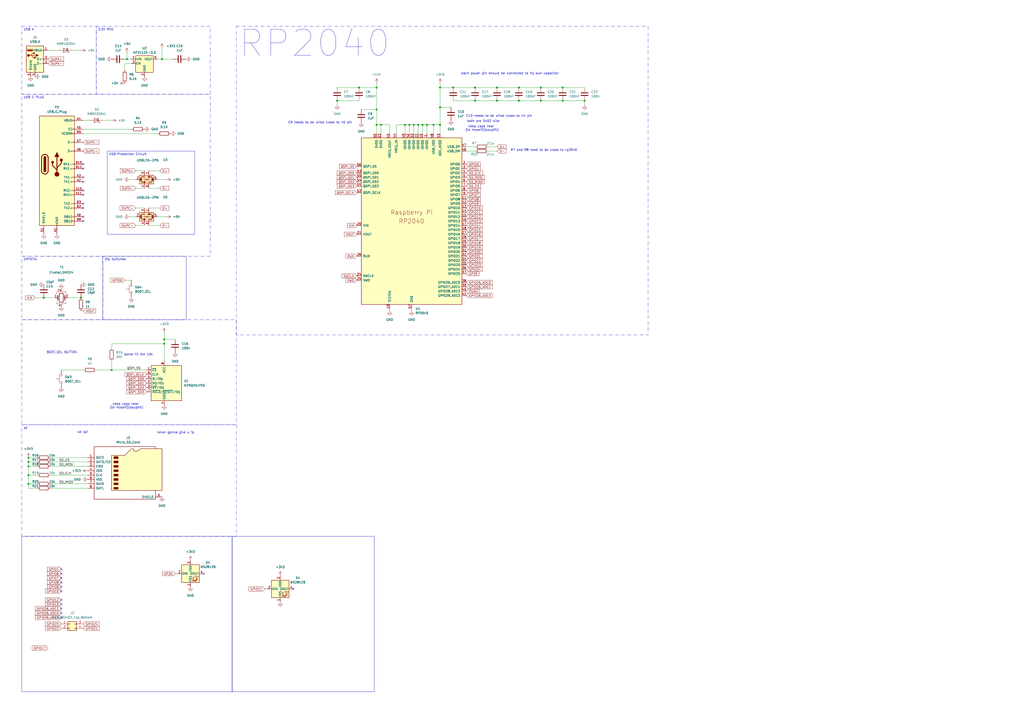
<source format=kicad_sch>
(kicad_sch (version 20250114) (generator "eeschema") (generator_version "9.0")
  (paper "A2")
  (title_block (title "HACKDUCKY BY SOUPTIK ") (date "2025-04-06") (rev "V2"))
  (lib_symbols
    (symbol "Connector:Micro_SD_Card" (pin_names (offset 1.016))
      (property "Reference" "J" (at -16.51 15.24 0))
      (property "Value" "Micro_SD_Card" (at 16.51 15.24 0))
      (symbol "Micro_SD_Card_1_1"
        (pin bidirectional line (at -22.86 7.62 0) (length 3.81) (name "DAT2") (number "1"))
        (pin bidirectional line (at -22.86 5.08 0) (length 3.81) (name "DAT3/CD") (number "2"))
        (pin input line (at -22.86 2.54 0) (length 3.81) (name "CMD") (number "3"))
        (pin power_in line (at -22.86 0 0) (length 3.81) (name "VDD") (number "4"))
        (pin input line (at -22.86 -2.54 0) (length 3.81) (name "CLK") (number "5"))
        (pin power_in line (at -22.86 -5.08 0) (length 3.81) (name "VSS") (number "6"))
        (pin bidirectional line (at -22.86 -7.62 0) (length 3.81) (name "DAT0") (number "7"))
        (pin bidirectional line (at -22.86 -10.16 0) (length 3.81) (name "DAT1") (number "8"))
        (pin passive line (at 20.32 -15.24 180) (length 3.81) (name "SHIELD") (number "9"))
      )
    )
    (symbol "Connector:USB_A" (pin_names (offset 1.016))
      (property "Reference" "J" (at -5.08 11.43 0))
      (property "Value" "USB_A" (at -5.08 8.89 0))
      (symbol "USB_A_1_1"
        (pin passive line (at -2.54 -10.16 90) (length 2.54) (name "Shield") (number "5"))
        (pin power_in line (at 0 -10.16 90) (length 2.54) (name "GND") (number "4"))
        (pin power_in line (at 7.62 5.08 180) (length 2.54) (name "VBUS") (number "1"))
        (pin bidirectional line (at 7.62 0 180) (length 2.54) (name "D+") (number "3"))
        (pin bidirectional line (at 7.62 -2.54 180) (length 2.54) (name "D-") (number "2"))
      )
    )
    (symbol "Connector:USB_C_Plug" (pin_names (offset 1.016))
      (property "Reference" "P" (at -10.16 29.21 0))
      (property "Value" "USB_C_Plug" (at 10.16 29.21 0))
      (symbol "USB_C_Plug_1_1"
        (pin passive line (at -7.62 -40.64 90) (length 5.08) (name "SHIELD") (number "S1"))
        (pin passive line (at 0 -40.64 90) (length 5.08) (name "GND") (number "A1"))
        (pin passive line (at 0 -40.64 90) (length 5.08) (hide yes) (name "GND") (number "A12"))
        (pin passive line (at 0 -40.64 90) (length 5.08) (hide yes) (name "GND") (number "B1"))
        (pin passive line (at 0 -40.64 90) (length 5.08) (hide yes) (name "GND") (number "B12"))
        (pin passive line (at 15.24 25.4 180) (length 5.08) (name "VBUS") (number "A4"))
        (pin passive line (at 15.24 25.4 180) (length 5.08) (hide yes) (name "VBUS") (number "A9"))
        (pin passive line (at 15.24 25.4 180) (length 5.08) (hide yes) (name "VBUS") (number "B4"))
        (pin passive line (at 15.24 25.4 180) (length 5.08) (hide yes) (name "VBUS") (number "B9"))
        (pin bidirectional line (at 15.24 20.32 180) (length 5.08) (name "CC") (number "A5"))
        (pin bidirectional line (at 15.24 17.78 180) (length 5.08) (name "VCONN") (number "B5"))
        (pin bidirectional line (at 15.24 12.7 180) (length 5.08) (name "D-") (number "A7"))
        (pin bidirectional line (at 15.24 7.62 180) (length 5.08) (name "D+") (number "A6"))
        (pin bidirectional line (at 15.24 0 180) (length 5.08) (name "RX1-") (number "B10"))
        (pin bidirectional line (at 15.24 -2.54 180) (length 5.08) (name "RX1+") (number "B11"))
        (pin bidirectional line (at 15.24 -7.62 180) (length 5.08) (name "TX1-") (number "A3"))
        (pin bidirectional line (at 15.24 -10.16 180) (length 5.08) (name "TX1+") (number "A2"))
        (pin bidirectional line (at 15.24 -15.24 180) (length 5.08) (name "RX2-") (number "A10"))
        (pin bidirectional line (at 15.24 -17.78 180) (length 5.08) (name "RX2+") (number "A11"))
        (pin bidirectional line (at 15.24 -22.86 180) (length 5.08) (name "TX2-") (number "B3"))
        (pin bidirectional line (at 15.24 -25.4 180) (length 5.08) (name "TX2+") (number "B2"))
        (pin bidirectional line (at 15.24 -30.48 180) (length 5.08) (name "SBU1") (number "A8"))
        (pin bidirectional line (at 15.24 -33.02 180) (length 5.08) (name "SBU2") (number "B8"))
      )
    )
    (symbol "Connector_Generic:Conn_02x02_Top_Bottom" (pin_names (offset 1.016) (hide yes))
      (property "Reference" "J" (at 1.27 2.54 0))
      (property "Value" "Conn_02x02_Top_Bottom" (at 1.27 -5.08 0))
      (symbol "Conn_02x02_Top_Bottom_1_1"
        (pin passive line (at -5.08 0 0) (length 3.81) (name "Pin_1") (number "1"))
        (pin passive line (at -5.08 -2.54 0) (length 3.81) (name "Pin_2") (number "2"))
        (pin passive line (at 7.62 0 180) (length 3.81) (name "Pin_3") (number "3"))
        (pin passive line (at 7.62 -2.54 180) (length 3.81) (name "Pin_4") (number "4"))
      )
    )
    (symbol "Device:C" (pin_numbers (hide yes)) (pin_names (offset 0.254))
      (property "Reference" "C" (at 0.635 2.54 0))
      (property "Value" "C" (at 0.635 -2.54 0))
      (symbol "C_1_1"
        (pin passive line (at 0 3.81 270) (length 2.794) (name "~") (number "1"))
        (pin passive line (at 0 -3.81 90) (length 2.794) (name "~") (number "2"))
      )
    )
    (symbol "Device:Crystal_GND24" (pin_names (offset 1.016) (hide yes))
      (property "Reference" "Y" (at 3.175 5.08 0))
      (property "Value" "Crystal_GND24" (at 3.175 3.175 0))
      (symbol "Crystal_GND24_1_1"
        (pin passive line (at -3.81 0 0) (length 1.27) (name "1") (number "1"))
        (pin passive line (at 0 5.08 270) (length 1.27) (name "2") (number "2"))
        (pin passive line (at 0 -5.08 90) (length 1.27) (name "4") (number "4"))
        (pin passive line (at 3.81 0 180) (length 1.27) (name "3") (number "3"))
      )
    )
    (symbol "Device:R" (pin_numbers (hide yes)) (pin_names (offset 0))
      (property "Reference" "R" (at 2.032 0 90))
      (property "Value" "R" (at 0 0 90))
      (symbol "R_1_1"
        (pin passive line (at 0 3.81 270) (length 1.27) (name "~") (number "1"))
        (pin passive line (at 0 -3.81 90) (length 1.27) (name "~") (number "2"))
      )
    )
    (symbol "Diode:MBR1020VL" (pin_numbers (hide yes)) (pin_names (hide yes))
      (property "Reference" "D" (at 0 2.54 0))
      (property "Value" "MBR1020VL" (at 0 -2.54 0))
      (symbol "MBR1020VL_1_1"
        (pin passive line (at -3.81 0 0) (length 2.54) (name "K") (number "1"))
        (pin passive line (at 3.81 0 180) (length 2.54) (name "A") (number "2"))
      )
    )
    (symbol "LED:SK6812" (pin_names (offset 0.254))
      (property "Reference" "D" (at 5.08 5.715 0))
      (property "Value" "SK6812" (at 1.27 -5.715 0))
      (symbol "SK6812_0_0"
        (text "RGB" (at 2.286 -4.191 0) (effects (font (size 0.762 0.762))))
      )
      (symbol "SK6812_1_1"
        (pin input line (at -7.62 0 0) (length 2.54) (name "DIN") (number "2"))
        (pin power_in line (at 0 7.62 270) (length 2.54) (name "VDD") (number "3"))
        (pin power_in line (at 0 -7.62 90) (length 2.54) (name "VSS") (number "1"))
        (pin output line (at 7.62 0 180) (length 2.54) (name "DOUT") (number "4"))
      )
    )
    (symbol "MCU_RaspberryPi_and_Boards:RP2040" (pin_names (offset 1.016))
      (property "Reference" "U" (at -29.21 49.53 0))
      (property "Value" "RP2040" (at 24.13 -49.53 0))
      (symbol "RP2040_0_0"
        (text "Raspberry Pi" (at 0 5.08 0) (effects (font (size 2.54 2.54))))
        (text "RP2040" (at 0 0 0) (effects (font (size 2.54 2.54))))
      )
      (symbol "RP2040_1_1"
        (pin bidirectional line (at -31.75 31.75 0) (length 2.54) (name "QSPI_SS") (number "56"))
        (pin bidirectional line (at -31.75 27.94 0) (length 2.54) (name "QSPI_SD0") (number "53"))
        (pin bidirectional line (at -31.75 25.4 0) (length 2.54) (name "QSPI_SD1") (number "55"))
        (pin bidirectional line (at -31.75 22.86 0) (length 2.54) (name "QSPI_SD2") (number "54"))
        (pin bidirectional line (at -31.75 20.32 0) (length 2.54) (name "QSPI_SD3") (number "51"))
        (pin output line (at -31.75 16.51 0) (length 2.54) (name "QSPI_SCLK") (number "52"))
        (pin input line (at -31.75 -2.54 0) (length 2.54) (name "XIN") (number "20"))
        (pin passive line (at -31.75 -7.62 0) (length 2.54) (name "XOUT") (number "21"))
        (pin input line (at -31.75 -20.32 0) (length 2.54) (name "RUN") (number "26"))
        (pin output line (at -31.75 -31.75 0) (length 2.54) (name "SWCLK") (number "24"))
        (pin bidirectional line (at -31.75 -34.29 0) (length 2.54) (name "SWD") (number "25"))
        (pin power_in line (at -20.32 50.8 270) (length 2.54) (name "DVDD") (number "50"))
        (pin power_in line (at -17.78 50.8 270) (length 2.54) (name "DVDD") (number "23"))
        (pin power_out line (at -12.7 50.8 270) (length 2.54) (name "VREG_VOUT") (number "45"))
        (pin passive line (at -12.7 -50.8 90) (length 2.54) (name "TESTEN") (number "19"))
        (pin power_in line (at -8.89 50.8 270) (length 2.54) (name "VREG_IN") (number "44"))
        (pin power_in line (at -3.81 50.8 270) (length 2.54) (name "IOVDD") (number "49"))
        (pin power_in line (at -1.27 50.8 270) (length 2.54) (name "IOVDD") (number "42"))
        (pin power_in line (at 0 -50.8 90) (length 2.54) (name "GND") (number "57"))
        (pin power_in line (at 1.27 50.8 270) (length 2.54) (name "IOVDD") (number "33"))
        (pin power_in line (at 3.81 50.8 270) (length 2.54) (name "IOVDD") (number "22"))
        (pin power_in line (at 6.35 50.8 270) (length 2.54) (name "IOVDD") (number "10"))
        (pin power_in line (at 8.89 50.8 270) (length 2.54) (name "IOVDD") (number "1"))
        (pin power_in line (at 12.7 50.8 270) (length 2.54) (name "USB_VDD") (number "48"))
        (pin power_in line (at 16.51 50.8 270) (length 2.54) (name "ADC_AVDD") (number "43"))
        (pin bidirectional line (at 31.75 43.18 180) (length 2.54) (name "USB_DP") (number "47"))
        (pin bidirectional line (at 31.75 40.64 180) (length 2.54) (name "USB_DM") (number "46"))
        (pin bidirectional line (at 31.75 33.02 180) (length 2.54) (name "GPIO0") (number "2"))
        (pin bidirectional line (at 31.75 30.48 180) (length 2.54) (name "GPIO1") (number "3"))
        (pin bidirectional line (at 31.75 27.94 180) (length 2.54) (name "GPIO2") (number "4"))
        (pin bidirectional line (at 31.75 25.4 180) (length 2.54) (name "GPIO3") (number "5"))
        (pin bidirectional line (at 31.75 22.86 180) (length 2.54) (name "GPIO4") (number "6"))
        (pin bidirectional line (at 31.75 20.32 180) (length 2.54) (name "GPIO5") (number "7"))
        (pin bidirectional line (at 31.75 17.78 180) (length 2.54) (name "GPIO6") (number "8"))
        (pin bidirectional line (at 31.75 15.24 180) (length 2.54) (name "GPIO7") (number "9"))
        (pin bidirectional line (at 31.75 12.7 180) (length 2.54) (name "GPIO8") (number "11"))
        (pin bidirectional line (at 31.75 10.16 180) (length 2.54) (name "GPIO9") (number "12"))
        (pin bidirectional line (at 31.75 7.62 180) (length 2.54) (name "GPIO10") (number "13"))
        (pin bidirectional line (at 31.75 5.08 180) (length 2.54) (name "GPIO11") (number "14"))
        (pin bidirectional line (at 31.75 2.54 180) (length 2.54) (name "GPIO12") (number "15"))
        (pin bidirectional line (at 31.75 0 180) (length 2.54) (name "GPIO13") (number "16"))
        (pin bidirectional line (at 31.75 -2.54 180) (length 2.54) (name "GPIO14") (number "17"))
        (pin bidirectional line (at 31.75 -5.08 180) (length 2.54) (name "GPIO15") (number "18"))
        (pin bidirectional line (at 31.75 -7.62 180) (length 2.54) (name "GPIO16") (number "27"))
        (pin bidirectional line (at 31.75 -10.16 180) (length 2.54) (name "GPIO17") (number "28"))
        (pin bidirectional line (at 31.75 -12.7 180) (length 2.54) (name "GPIO18") (number "29"))
        (pin bidirectional line (at 31.75 -15.24 180) (length 2.54) (name "GPIO19") (number "30"))
        (pin bidirectional line (at 31.75 -17.78 180) (length 2.54) (name "GPIO20") (number "31"))
        (pin bidirectional line (at 31.75 -20.32 180) (length 2.54) (name "GPIO21") (number "32"))
        (pin bidirectional line (at 31.75 -22.86 180) (length 2.54) (name "GPIO22") (number "34"))
        (pin bidirectional line (at 31.75 -25.4 180) (length 2.54) (name "GPIO23") (number "35"))
        (pin bidirectional line (at 31.75 -27.94 180) (length 2.54) (name "GPIO24") (number "36"))
        (pin bidirectional line (at 31.75 -30.48 180) (length 2.54) (name "GPIO25") (number "37"))
        (pin bidirectional line (at 31.75 -35.56 180) (length 2.54) (name "GPIO26_ADC0") (number "38"))
        (pin bidirectional line (at 31.75 -38.1 180) (length 2.54) (name "GPIO27_ADC1") (number "39"))
        (pin bidirectional line (at 31.75 -40.64 180) (length 2.54) (name "GPIO28_ADC2") (number "40"))
        (pin bidirectional line (at 31.75 -43.18 180) (length 2.54) (name "GPIO29_ADC3") (number "41"))
      )
    )
    (symbol "Memory_Flash:W25Q16JVSS"
      (property "Reference" "U" (at -6.35 11.43 0))
      (property "Value" "W25Q16JVSS" (at 7.62 11.43 0))
      (symbol "W25Q16JVSS_1_1"
        (pin input line (at -10.16 7.62 0) (length 2.54) (name "~{CS}") (number "1"))
        (pin input line (at -10.16 5.08 0) (length 2.54) (name "CLK") (number "6"))
        (pin bidirectional line (at -10.16 2.54 0) (length 2.54) (name "DI/IO_{0}") (number "5"))
        (pin bidirectional line (at -10.16 0 0) (length 2.54) (name "DO/IO_{1}") (number "2"))
        (pin bidirectional line (at -10.16 -2.54 0) (length 2.54) (name "~{WP}/IO_{2}") (number "3"))
        (pin bidirectional line (at -10.16 -5.08 0) (length 2.54) (name "~{HOLD}/~{RESET}/IO_{3}") (number "7"))
        (pin power_in line (at 0 12.7 270) (length 2.54) (name "VCC") (number "8"))
        (pin power_in line (at 0 -12.7 90) (length 2.54) (name "GND") (number "4"))
      )
    )
    (symbol "Power_Protection:USBLC6-2P6" (pin_names (hide yes))
      (property "Reference" "U" (at 0.635 5.715 0))
      (property "Value" "USBLC6-2P6" (at 0.635 3.81 0))
      (symbol "USBLC6-2P6_1_1"
        (pin passive line (at -5.08 0 0) (length 2.54) (name "I/O1") (number "1"))
        (pin passive line (at -5.08 -2.54 0) (length 2.54) (name "I/O2") (number "3"))
        (pin passive line (at 0 5.08 270) (length 2.54) (name "VBUS") (number "5"))
        (pin passive line (at 0 -7.62 90) (length 2.54) (name "GND") (number "2"))
        (pin passive line (at 5.08 0 180) (length 2.54) (name "I/O1") (number "6"))
        (pin passive line (at 5.08 -2.54 180) (length 2.54) (name "I/O2") (number "4"))
      )
    )
    (symbol "Regulator_Linear:AP2112K-3.3" (pin_names (offset 0.254))
      (property "Reference" "U" (at -5.08 5.715 0))
      (property "Value" "AP2112K-3.3" (at 0 5.715 0))
      (symbol "AP2112K-3.3_1_1"
        (pin power_in line (at -7.62 2.54 0) (length 2.54) (name "VIN") (number "1"))
        (pin input line (at -7.62 0 0) (length 2.54) (name "EN") (number "3"))
        (pin power_in line (at 0 -7.62 90) (length 2.54) (name "GND") (number "2"))
        (pin no_connect line (at 5.08 0 180) (length 2.54) (hide yes) (name "NC") (number "4"))
        (pin power_out line (at 7.62 2.54 180) (length 2.54) (name "VOUT") (number "5"))
      )
    )
    (symbol "Switch:SW_Push" (pin_numbers (hide yes)) (pin_names (offset 1.016) (hide yes))
      (property "Reference" "SW" (at 1.27 2.54 0))
      (property "Value" "SW_Push" (at 0 -1.524 0))
      (symbol "SW_Push_0_1"
        (pin passive line (at -5.08 0 0) (length 2.54) (name "1") (number "1"))
        (pin passive line (at 5.08 0 180) (length 2.54) (name "2") (number "2"))
      )
    )
    (symbol "power:+1V1" (power) (pin_numbers (hide yes)) (pin_names (offset 0) (hide yes))
      (property "Value" "+1V1" (at 0 3.556 0))
      (symbol "+1V1_1_1"
        (pin power_in line (at 0 0 90) (length 0) (name "~") (number "1"))
      )
    )
    (symbol "power:+3V3" (power) (pin_numbers (hide yes)) (pin_names (offset 0) (hide yes))
      (property "Value" "+3V3" (at 0 3.556 0))
      (symbol "+3V3_1_1"
        (pin power_in line (at 0 0 90) (length 0) (name "~") (number "1"))
      )
    )
    (symbol "power:+5V" (power) (pin_numbers (hide yes)) (pin_names (offset 0) (hide yes))
      (property "Value" "+5V" (at 0 3.556 0))
      (symbol "+5V_1_1"
        (pin power_in line (at 0 0 90) (length 0) (name "~") (number "1"))
      )
    )
    (symbol "power:GND" (power) (pin_numbers (hide yes)) (pin_names (offset 0) (hide yes))
      (property "Value" "GND" (at 0 -3.81 0))
      (symbol "GND_1_1"
        (pin power_in line (at 0 0 270) (length 0) (name "~") (number "1"))
      )
    )
  )
  (text "sd spi \n" (at 48.514 250.698 0) (effects (font (size 1.27 1.27))))
  (text "C9 needs to be wired close to 45 pin" (at 185.674 71.12 0) (effects (font (size 1.27 1.27))))
  (text "keep caps near \n(to myself)(souptik)\n" (at 73.406 235.458 0) (effects (font (size 1.27 1.27))))
  (text "donot fit the 10k \n" (at 80.772 205.74 0) (effects (font (size 1.27 1.27))))
  (text "R7 and R8 need to be close to rp2040" (at 315.468 87.122 0) (effects (font (size 1.27 1.27))))
  (text "C10 needs to be wired close to 44 pin" (at 289.56 67.31 0) (effects (font (size 1.27 1.27))))
  (text "BOOT_SEL BUTTON\n" (at 35.814 204.47 0) (effects (font (size 1.27 1.27))))
  (text "never gonna give u ip\n" (at 101.854 250.952 0) (effects (font (size 1.27 1.27))))
  (text "keep caps near \n(to myself)(souptik)\n" (at 279.654 74.422 0) (effects (font (size 1.27 1.27))))
  (text "both are 0402 size" (at 280.416 70.358 0) (effects (font (size 1.27 1.27))))
  (text "each power pin should be connected to its own capacitor" (at 295.91 42.672 0) (effects (font (size 1.27 1.27))))
  (text_box "CRYSTAL" (at 12.7 148.59 0) (size 46.99 36.83) (margins 0.9525 0.9525 0.9525 0.9525) (stroke (width 0) (type dash_dot_dot)) (effects (font (size 1.27 1.27)) (justify left top)))
  (text_box "RP2040\n" (at 137.16 15.24 0) (size 238.76 179.07) (margins 0.9525 0.9525 0.9525 0.9525) (stroke (width 0) (type dash_dot_dot)) (effects (font (size 15.24 15.24)) (justify left top)))
  (text_box "USB Protection Circuit\n" (at 62.23 87.63 0) (size 50.8 48.26) (margins 0.9525 0.9525 0.9525 0.9525) (effects (font (size 1.27 1.27)) (justify left top)))
  (text_box "" (at 12.7 311.15 0) (size 121.92 90.17) (margins 0.9525 0.9525 0.9525 0.9525) (effects (font (size 1.27 1.27)) (justify left top)))
  (text_box "" (at 12.7 185.42 0) (size 124.46 60.96) (margins 0.9525 0.9525 0.9525 0.9525) (stroke (width 0) (type dash_dot_dot)) (effects (font (size 1.27 1.27)) (justify left top)))
  (text_box "USB C PLUG" (at 12.7 54.61 0) (size 109.22 93.98) (margins 0.9525 0.9525 0.9525 0.9525) (stroke (width 0) (type dash_dot_dot)) (effects (font (size 1.27 1.27)) (justify left top)))
  (text_box "sd\n" (at 12.7 246.38 0) (size 124.46 64.77) (margins 0.9525 0.9525 0.9525 0.9525) (stroke (width 0) (type dash_dot_dot)) (effects (font (size 1.27 1.27)) (justify left top)))
  (text_box "Dip Switches\n" (at 59.69 148.59 0) (size 48.26 36.83) (margins 0.9525 0.9525 0.9525 0.9525) (effects (font (size 1.27 1.27)) (justify left top)))
  (text_box "3.3V REG\n" (at 55.88 15.24 0) (size 66.04 39.37) (margins 0.9525 0.9525 0.9525 0.9525) (stroke (width 0) (type dash_dot_dot)) (effects (font (size 1.27 1.27)) (justify left top)))
  (text_box "USB A\n" (at 12.7 15.24 0) (size 43.18 39.37) (margins 0.9525 0.9525 0.9525 0.9525) (stroke (width 0) (type dash_dot_dot)) (effects (font (size 1.27 1.27)) (justify left top)))
  (text_box "" (at 134.62 311.15 0) (size 82.55 90.17) (margins 0.9525 0.9525 0.9525 0.9525) (effects (font (size 1.27 1.27)) (justify left top)))
  (junction (at 220.98 72.39))
  (junction (at 300.99 58.42))
  (junction (at 16.51 280.67))
  (junction (at 245.11 72.39))
  (junction (at 326.39 58.42))
  (junction (at 242.57 72.39))
  (junction (at 25.4 172.72))
  (junction (at 73.66 34.29))
  (junction (at 275.59 50.8))
  (junction (at 208.28 50.8))
  (junction (at 93.98 34.29))
  (junction (at 218.44 72.39))
  (junction (at 16.51 275.59))
  (junction (at 247.65 72.39))
  (junction (at 234.95 72.39))
  (junction (at 46.99 172.72))
  (junction (at 255.27 72.39))
  (junction (at 275.59 58.42))
  (junction (at 255.27 62.23))
  (junction (at 313.69 50.8))
  (junction (at 326.39 50.8))
  (junction (at 262.89 50.8))
  (junction (at 300.99 50.8))
  (junction (at 313.69 58.42))
  (junction (at 255.27 50.8))
  (junction (at 251.46 72.39))
  (junction (at 288.29 50.8))
  (junction (at 95.25 199.39))
  (junction (at 195.58 58.42))
  (junction (at 16.51 265.43))
  (junction (at 16.51 267.97))
  (junction (at 218.44 50.8))
  (junction (at 16.51 270.51))
  (junction (at 288.29 58.42))
  (junction (at 240.03 72.39))
  (junction (at 95.25 196.85))
  (junction (at 218.44 63.5))
  (junction (at 339.09 58.42))
  (junction (at 64.77 214.63))
  (junction (at 237.49 72.39))
  (no_connect (at 170.18 341.63))
  (no_connect (at 48.26 95.25))
  (no_connect (at 48.26 120.65))
  (no_connect (at 35.56 340.36))
  (no_connect (at 48.26 113.03))
  (no_connect (at 48.26 110.49))
  (no_connect (at 35.56 335.28))
  (no_connect (at 35.56 350.52))
  (no_connect (at 35.56 342.9))
  (no_connect (at 48.26 105.41))
  (no_connect (at 118.11 332.74))
  (no_connect (at 48.26 128.27))
  (no_connect (at 35.56 353.06))
  (no_connect (at 48.26 97.79))
  (no_connect (at 35.56 337.82))
  (no_connect (at 35.56 358.14))
  (no_connect (at 35.56 355.6))
  (no_connect (at 35.56 332.74))
  (no_connect (at 35.56 347.98))
  (no_connect (at 48.26 102.87))
  (no_connect (at 35.56 330.2))
  (no_connect (at 48.26 118.11))
  (no_connect (at 48.26 125.73))
  (wire (pts (xy 74.93 104.14) (xy 78.74 104.14)))
  (wire (pts (xy 73.66 30.48) (xy 73.66 34.29)))
  (wire (pts (xy 288.29 58.42) (xy 300.99 58.42)))
  (wire (pts (xy 86.36 109.22) (xy 92.71 109.22)))
  (wire (pts (xy 283.21 85.09) (xy 288.29 85.09)))
  (wire (pts (xy 74.93 125.73) (xy 78.74 125.73)))
  (wire (pts (xy 95.25 193.04) (xy 95.25 196.85)))
  (wire (pts (xy 29.21 270.51) (xy 50.8 270.51)))
  (wire (pts (xy 226.06 77.47) (xy 226.06 72.39)))
  (wire (pts (xy 226.06 180.34) (xy 226.06 179.07)))
  (wire (pts (xy 41.91 29.21) (xy 46.99 29.21)))
  (wire (pts (xy 64.77 209.55) (xy 64.77 214.63)))
  (wire (pts (xy 218.44 50.8) (xy 218.44 63.5)))
  (wire (pts (xy 95.25 196.85) (xy 95.25 199.39)))
  (wire (pts (xy 25.4 172.72) (xy 31.75 172.72)))
  (wire (pts (xy 234.95 72.39) (xy 234.95 77.47)))
  (wire (pts (xy 255.27 50.8) (xy 255.27 62.23)))
  (wire (pts (xy 20.32 172.72) (xy 25.4 172.72)))
  (wire (pts (xy 29.21 275.59) (xy 50.8 275.59)))
  (wire (pts (xy 78.74 109.22) (xy 83.82 109.22)))
  (wire (pts (xy 275.59 50.8) (xy 288.29 50.8)))
  (wire (pts (xy 16.51 265.43) (xy 21.59 265.43)))
  (wire (pts (xy 251.46 72.39) (xy 251.46 77.47)))
  (wire (pts (xy 326.39 58.42) (xy 339.09 58.42)))
  (wire (pts (xy 255.27 72.39) (xy 255.27 77.47)))
  (wire (pts (xy 59.69 69.85) (xy 64.77 69.85)))
  (wire (pts (xy 255.27 62.23) (xy 255.27 72.39)))
  (wire (pts (xy 229.87 72.39) (xy 234.95 72.39)))
  (wire (pts (xy 93.98 34.29) (xy 100.33 34.29)))
  (wire (pts (xy 73.66 34.29) (xy 76.2 34.29)))
  (wire (pts (xy 229.87 77.47) (xy 229.87 72.39)))
  (wire (pts (xy 72.39 36.83) (xy 72.39 40.64)))
  (wire (pts (xy 16.51 267.97) (xy 16.51 270.51)))
  (wire (pts (xy 16.51 275.59) (xy 16.51 280.67)))
  (wire (pts (xy 270.51 87.63) (xy 275.59 87.63)))
  (wire (pts (xy 153.67 341.63) (xy 154.94 341.63)))
  (wire (pts (xy 72.39 34.29) (xy 73.66 34.29)))
  (wire (pts (xy 220.98 72.39) (xy 218.44 72.39)))
  (wire (pts (xy 261.62 62.23) (xy 255.27 62.23)))
  (wire (pts (xy 247.65 72.39) (xy 251.46 72.39)))
  (wire (pts (xy 21.59 280.67) (xy 16.51 280.67)))
  (wire (pts (xy 48.26 69.85) (xy 52.07 69.85)))
  (wire (pts (xy 29.21 280.67) (xy 50.8 280.67)))
  (wire (pts (xy 237.49 72.39) (xy 237.49 77.47)))
  (wire (pts (xy 93.98 27.94) (xy 93.98 34.29)))
  (wire (pts (xy 35.56 214.63) (xy 48.26 214.63)))
  (wire (pts (xy 195.58 60.96) (xy 195.58 58.42)))
  (wire (pts (xy 313.69 58.42) (xy 326.39 58.42)))
  (wire (pts (xy 242.57 77.47) (xy 242.57 72.39)))
  (wire (pts (xy 92.71 99.06) (xy 86.36 99.06)))
  (wire (pts (xy 64.77 199.39) (xy 95.25 199.39)))
  (wire (pts (xy 91.44 125.73) (xy 96.52 125.73)))
  (wire (pts (xy 39.37 172.72) (xy 46.99 172.72)))
  (wire (pts (xy 48.26 77.47) (xy 91.44 77.47)))
  (wire (pts (xy 226.06 72.39) (xy 220.98 72.39)))
  (wire (pts (xy 27.94 29.21) (xy 34.29 29.21)))
  (wire (pts (xy 245.11 77.47) (xy 245.11 72.39)))
  (wire (pts (xy 46.99 180.34) (xy 48.26 180.34)))
  (wire (pts (xy 16.51 270.51) (xy 16.51 275.59)))
  (wire (pts (xy 240.03 72.39) (xy 242.57 72.39)))
  (wire (pts (xy 218.44 72.39) (xy 218.44 77.47)))
  (wire (pts (xy 247.65 72.39) (xy 247.65 77.47)))
  (wire (pts (xy 300.99 58.42) (xy 313.69 58.42)))
  (wire (pts (xy 283.21 87.63) (xy 288.29 87.63)))
  (wire (pts (xy 86.36 130.81) (xy 92.71 130.81)))
  (wire (pts (xy 218.44 48.26) (xy 218.44 50.8)))
  (wire (pts (xy 300.99 50.8) (xy 313.69 50.8)))
  (wire (pts (xy 218.44 63.5) (xy 218.44 72.39)))
  (wire (pts (xy 255.27 48.26) (xy 255.27 50.8)))
  (wire (pts (xy 48.26 74.93) (xy 76.2 74.93)))
  (wire (pts (xy 21.59 283.21) (xy 16.51 283.21)))
  (wire (pts (xy 29.21 267.97) (xy 50.8 267.97)))
  (wire (pts (xy 91.44 34.29) (xy 93.98 34.29)))
  (wire (pts (xy 21.59 270.51) (xy 16.51 270.51)))
  (wire (pts (xy 76.2 36.83) (xy 72.39 36.83)))
  (wire (pts (xy 29.21 283.21) (xy 50.8 283.21)))
  (wire (pts (xy 95.25 199.39) (xy 95.25 209.55)))
  (wire (pts (xy 78.74 99.06) (xy 83.82 99.06)))
  (wire (pts (xy 50.8 265.43) (xy 29.21 265.43)))
  (wire (pts (xy 240.03 72.39) (xy 240.03 77.47)))
  (wire (pts (xy 251.46 72.39) (xy 255.27 72.39)))
  (wire (pts (xy 78.74 120.65) (xy 83.82 120.65)))
  (wire (pts (xy 72.39 162.56) (xy 76.2 162.56)))
  (wire (pts (xy 16.51 267.97) (xy 21.59 267.97)))
  (wire (pts (xy 16.51 280.67) (xy 16.51 283.21)))
  (wire (pts (xy 195.58 58.42) (xy 208.28 58.42)))
  (wire (pts (xy 209.55 63.5) (xy 218.44 63.5)))
  (wire (pts (xy 64.77 199.39) (xy 64.77 201.93)))
  (wire (pts (xy 288.29 50.8) (xy 300.99 50.8)))
  (wire (pts (xy 78.74 130.81) (xy 83.82 130.81)))
  (wire (pts (xy 238.76 180.34) (xy 238.76 179.07)))
  (wire (pts (xy 101.6 332.74) (xy 102.87 332.74)))
  (wire (pts (xy 91.44 104.14) (xy 96.52 104.14)))
  (wire (pts (xy 275.59 58.42) (xy 288.29 58.42)))
  (wire (pts (xy 262.89 50.8) (xy 275.59 50.8)))
  (wire (pts (xy 313.69 50.8) (xy 326.39 50.8)))
  (wire (pts (xy 255.27 50.8) (xy 262.89 50.8)))
  (wire (pts (xy 242.57 72.39) (xy 245.11 72.39)))
  (wire (pts (xy 16.51 275.59) (xy 21.59 275.59)))
  (wire (pts (xy 208.28 50.8) (xy 218.44 50.8)))
  (wire (pts (xy 339.09 58.42) (xy 339.09 60.96)))
  (wire (pts (xy 237.49 72.39) (xy 240.03 72.39)))
  (wire (pts (xy 270.51 85.09) (xy 275.59 85.09)))
  (wire (pts (xy 195.58 50.8) (xy 208.28 50.8)))
  (wire (pts (xy 326.39 50.8) (xy 339.09 50.8)))
  (wire (pts (xy 92.71 120.65) (xy 86.36 120.65)))
  (wire (pts (xy 16.51 265.43) (xy 16.51 267.97)))
  (wire (pts (xy 262.89 58.42) (xy 275.59 58.42)))
  (wire (pts (xy 220.98 72.39) (xy 220.98 77.47)))
  (wire (pts (xy 55.88 214.63) (xy 64.77 214.63)))
  (wire (pts (xy 95.25 196.85) (xy 101.6 196.85)))
  (wire (pts (xy 245.11 72.39) (xy 247.65 72.39)))
  (wire (pts (xy 64.77 214.63) (xy 85.09 214.63)))
  (wire (pts (xy 234.95 72.39) (xy 237.49 72.39)))
  (label "SD_CS" (at 34.29 267.97 0))
  (label "SD_MOSI" (at 34.29 270.51 0))
  (label "SD_CLK" (at 34.29 275.59 0))
  (label "SD_MISO" (at 34.29 280.67 0))
  (label "QSPI_SS" (at 73.66 214.63 0))
  (global_label "SWCLK" (shape input) (at 207.01 160.02 180) (property "Intersheetrefs" "${INTERSHEET_REFS}" (effects (hide yes))))
  (global_label "GPIO13" (shape input) (at 35.56 350.52 180) (property "Intersheetrefs" "${INTERSHEET_REFS}" (effects (hide yes))))
  (global_label "SD_MISO" (shape input) (at 270.51 105.41 0) (property "Intersheetrefs" "${INTERSHEET_REFS}" (effects (hide yes))))
  (global_label "GPIO26_ADC1" (shape input) (at 35.56 353.06 180) (property "Intersheetrefs" "${INTERSHEET_REFS}" (effects (hide yes))))
  (global_label "GP25" (shape input) (at 270.51 158.75 0) (property "Intersheetrefs" "${INTERSHEET_REFS}" (effects (hide yes))))
  (global_label "DUPA+" (shape input) (at 78.74 99.06 180) (property "Intersheetrefs" "${INTERSHEET_REFS}" (effects (hide yes))))
  (global_label "GPIO8" (shape input) (at 35.56 337.82 180) (property "Intersheetrefs" "${INTERSHEET_REFS}" (effects (hide yes))))
  (global_label "GPIO12" (shape input) (at 270.51 125.73 0) (property "Intersheetrefs" "${INTERSHEET_REFS}" (effects (hide yes))))
  (global_label "DUPC-" (shape input) (at 48.26 82.55 0) (property "Intersheetrefs" "${INTERSHEET_REFS}" (effects (hide yes))))
  (global_label "QSPI_SCLK" (shape input) (at 207.01 111.76 180) (property "Intersheetrefs" "${INTERSHEET_REFS}" (effects (hide yes))))
  (global_label "D-" (shape input) (at 92.71 109.22 0) (property "Intersheetrefs" "${INTERSHEET_REFS}" (effects (hide yes))))
  (global_label "RUN" (shape input) (at 207.01 148.59 180) (property "Intersheetrefs" "${INTERSHEET_REFS}" (effects (hide yes))))
  (global_label "D+" (shape input) (at 92.71 120.65 0) (property "Intersheetrefs" "${INTERSHEET_REFS}" (effects (hide yes))))
  (global_label "GPIO24" (shape input) (at 270.51 156.21 0) (property "Intersheetrefs" "${INTERSHEET_REFS}" (effects (hide yes))))
  (global_label "GPIO9" (shape input) (at 35.56 340.36 180) (property "Intersheetrefs" "${INTERSHEET_REFS}" (effects (hide yes))))
  (global_label "GPIO22" (shape input) (at 270.51 151.13 0) (property "Intersheetrefs" "${INTERSHEET_REFS}" (effects (hide yes))))
  (global_label "QSPI_SD2" (shape input) (at 85.09 224.79 180) (property "Intersheetrefs" "${INTERSHEET_REFS}" (effects (hide yes))))
  (global_label "GPIO9" (shape input) (at 270.51 118.11 0) (property "Intersheetrefs" "${INTERSHEET_REFS}" (effects (hide yes))))
  (global_label "GPIO6" (shape input) (at 35.56 332.74 180) (property "Intersheetrefs" "${INTERSHEET_REFS}" (effects (hide yes))))
  (global_label "XOUT" (shape input) (at 207.01 135.89 180) (property "Intersheetrefs" "${INTERSHEET_REFS}" (effects (hide yes))))
  (global_label "GPIO21" (shape input) (at 48.26 364.49 0) (property "Intersheetrefs" "${INTERSHEET_REFS}" (effects (hide yes))))
  (global_label "DUPA-" (shape input) (at 27.94 36.83 0) (property "Intersheetrefs" "${INTERSHEET_REFS}" (effects (hide yes))))
  (global_label "GPIO6" (shape input) (at 270.51 110.49 0) (property "Intersheetrefs" "${INTERSHEET_REFS}" (effects (hide yes))))
  (global_label "D+" (shape input) (at 288.29 85.09 0) (property "Intersheetrefs" "${INTERSHEET_REFS}" (effects (hide yes))))
  (global_label "GPIO26_ADC3" (shape input) (at 35.56 358.14 180) (property "Intersheetrefs" "${INTERSHEET_REFS}" (effects (hide yes))))
  (global_label "GPIO20" (shape input) (at 270.51 146.05 0) (property "Intersheetrefs" "${INTERSHEET_REFS}" (effects (hide yes))))
  (global_label "GPIO23" (shape input) (at 270.51 153.67 0) (property "Intersheetrefs" "${INTERSHEET_REFS}" (effects (hide yes))))
  (global_label "GPIO10" (shape input) (at 35.56 342.9 180) (property "Intersheetrefs" "${INTERSHEET_REFS}" (effects (hide yes))))
  (global_label "QSPI_SD0" (shape input) (at 207.01 100.33 180) (property "Intersheetrefs" "${INTERSHEET_REFS}" (effects (hide yes))))
  (global_label "XIN" (shape input) (at 20.32 172.72 180) (property "Intersheetrefs" "${INTERSHEET_REFS}" (effects (hide yes))))
  (global_label "QSPI_SD3" (shape input) (at 207.01 107.95 180) (property "Intersheetrefs" "${INTERSHEET_REFS}" (effects (hide yes))))
  (global_label "QSPI_SCLK" (shape input) (at 85.09 217.17 180) (property "Intersheetrefs" "${INTERSHEET_REFS}" (effects (hide yes))))
  (global_label "GPIO7" (shape input) (at 35.56 335.28 180) (property "Intersheetrefs" "${INTERSHEET_REFS}" (effects (hide yes))))
  (global_label "GPIO18" (shape input) (at 270.51 140.97 0) (property "Intersheetrefs" "${INTERSHEET_REFS}" (effects (hide yes))))
  (global_label "GPIO13" (shape input) (at 270.51 128.27 0) (property "Intersheetrefs" "${INTERSHEET_REFS}" (effects (hide yes))))
  (global_label "GPIO24" (shape input) (at 48.26 361.95 0) (property "Intersheetrefs" "${INTERSHEET_REFS}" (effects (hide yes))))
  (global_label "GPIO11" (shape input) (at 270.51 123.19 0) (property "Intersheetrefs" "${INTERSHEET_REFS}" (effects (hide yes))))
  (global_label "PUSH" (shape input) (at 270.51 168.91 0) (property "Intersheetrefs" "${INTERSHEET_REFS}" (effects (hide yes))))
  (global_label "DUPC-" (shape input) (at 78.74 130.81 180) (property "Intersheetrefs" "${INTERSHEET_REFS}" (effects (hide yes))))
  (global_label "GPIO26_ADC0" (shape input) (at 35.56 355.6 180) (property "Intersheetrefs" "${INTERSHEET_REFS}" (effects (hide yes))))
  (global_label "GPIO0" (shape input) (at 72.39 162.56 180) (property "Intersheetrefs" "${INTERSHEET_REFS}" (effects (hide yes))))
  (global_label "D+" (shape input) (at 92.71 99.06 0) (property "Intersheetrefs" "${INTERSHEET_REFS}" (effects (hide yes))))
  (global_label "GPIO11" (shape input) (at 153.67 341.63 180) (property "Intersheetrefs" "${INTERSHEET_REFS}" (effects (hide yes))))
  (global_label "QSPI_SD1" (shape input) (at 207.01 102.87 180) (property "Intersheetrefs" "${INTERSHEET_REFS}" (effects (hide yes))))
  (global_label "XOUT" (shape input) (at 48.26 180.34 0) (property "Intersheetrefs" "${INTERSHEET_REFS}" (effects (hide yes))))
  (global_label "GPIO1" (shape input) (at 270.51 97.79 0) (property "Intersheetrefs" "${INTERSHEET_REFS}" (effects (hide yes))))
  (global_label "GPIO17" (shape input) (at 270.51 138.43 0) (property "Intersheetrefs" "${INTERSHEET_REFS}" (effects (hide yes))))
  (global_label "GPIO21" (shape input) (at 270.51 148.59 0) (property "Intersheetrefs" "${INTERSHEET_REFS}" (effects (hide yes))))
  (global_label "QSPI_SD3" (shape input) (at 85.09 227.33 180) (property "Intersheetrefs" "${INTERSHEET_REFS}" (effects (hide yes))))
  (global_label "DUPC+" (shape input) (at 78.74 120.65 180) (property "Intersheetrefs" "${INTERSHEET_REFS}" (effects (hide yes))))
  (global_label "SD_MOSI" (shape input) (at 270.51 102.87 0) (property "Intersheetrefs" "${INTERSHEET_REFS}" (effects (hide yes))))
  (global_label "GPIO10" (shape input) (at 270.51 120.65 0) (property "Intersheetrefs" "${INTERSHEET_REFS}" (effects (hide yes))))
  (global_label "GPIO0" (shape input) (at 270.51 95.25 0) (property "Intersheetrefs" "${INTERSHEET_REFS}" (effects (hide yes))))
  (global_label "GPIO8" (shape input) (at 270.51 115.57 0) (property "Intersheetrefs" "${INTERSHEET_REFS}" (effects (hide yes))))
  (global_label "SD_CLK" (shape input) (at 270.51 100.33 0) (property "Intersheetrefs" "${INTERSHEET_REFS}" (effects (hide yes))))
  (global_label "GPIO22" (shape input) (at 35.56 364.49 180) (property "Intersheetrefs" "${INTERSHEET_REFS}" (effects (hide yes))))
  (global_label "GP25" (shape input) (at 101.6 332.74 180) (property "Intersheetrefs" "${INTERSHEET_REFS}" (effects (hide yes))))
  (global_label "GPIO12" (shape input) (at 35.56 347.98 180) (property "Intersheetrefs" "${INTERSHEET_REFS}" (effects (hide yes))))
  (global_label "DUPC+" (shape input) (at 48.26 87.63 0) (property "Intersheetrefs" "${INTERSHEET_REFS}" (effects (hide yes))))
  (global_label "GPIO16" (shape input) (at 270.51 135.89 0) (property "Intersheetrefs" "${INTERSHEET_REFS}" (effects (hide yes))))
  (global_label "QSPI_SD0" (shape input) (at 85.09 219.71 180) (property "Intersheetrefs" "${INTERSHEET_REFS}" (effects (hide yes))))
  (global_label "DUPA+" (shape input) (at 27.94 34.29 0) (property "Intersheetrefs" "${INTERSHEET_REFS}" (effects (hide yes))))
  (global_label "GPIO1" (shape input) (at 35.56 330.2 180) (property "Intersheetrefs" "${INTERSHEET_REFS}" (effects (hide yes))))
  (global_label "GPIO19" (shape input) (at 270.51 143.51 0) (property "Intersheetrefs" "${INTERSHEET_REFS}" (effects (hide yes))))
  (global_label "GPIO7" (shape input) (at 270.51 113.03 0) (property "Intersheetrefs" "${INTERSHEET_REFS}" (effects (hide yes))))
  (global_label "GPIO14" (shape input) (at 270.51 130.81 0) (property "Intersheetrefs" "${INTERSHEET_REFS}" (effects (hide yes))))
  (global_label "GPIO17" (shape input) (at 27.94 375.92 180) (property "Intersheetrefs" "${INTERSHEET_REFS}" (effects (hide yes))))
  (global_label "GPIO26_ADC3" (shape input) (at 270.51 171.45 0) (property "Intersheetrefs" "${INTERSHEET_REFS}" (effects (hide yes))))
  (global_label "D-" (shape input) (at 92.71 130.81 0) (property "Intersheetrefs" "${INTERSHEET_REFS}" (effects (hide yes))))
  (global_label "SD_CS" (shape input) (at 270.51 107.95 0) (property "Intersheetrefs" "${INTERSHEET_REFS}" (effects (hide yes))))
  (global_label "DUPA-" (shape input) (at 78.74 109.22 180) (property "Intersheetrefs" "${INTERSHEET_REFS}" (effects (hide yes))))
  (global_label "GPIO15" (shape input) (at 270.51 133.35 0) (property "Intersheetrefs" "${INTERSHEET_REFS}" (effects (hide yes))))
  (global_label "XIN" (shape input) (at 207.01 130.81 180) (property "Intersheetrefs" "${INTERSHEET_REFS}" (effects (hide yes))))
  (global_label "QSPI_SD1" (shape input) (at 85.09 222.25 180) (property "Intersheetrefs" "${INTERSHEET_REFS}" (effects (hide yes))))
  (global_label "GPIO26_ADC1" (shape input) (at 270.51 166.37 0) (property "Intersheetrefs" "${INTERSHEET_REFS}" (effects (hide yes))))
  (global_label "QSPI_SD2" (shape input) (at 207.01 105.41 180) (property "Intersheetrefs" "${INTERSHEET_REFS}" (effects (hide yes))))
  (global_label "GPIO23" (shape input) (at 35.56 361.95 180) (property "Intersheetrefs" "${INTERSHEET_REFS}" (effects (hide yes))))
  (global_label "D-" (shape input) (at 288.29 87.63 0) (property "Intersheetrefs" "${INTERSHEET_REFS}" (effects (hide yes))))
  (global_label "GPIO26_ADC0" (shape input) (at 270.51 163.83 0) (property "Intersheetrefs" "${INTERSHEET_REFS}" (effects (hide yes))))
  (global_label "QSPI_SS" (shape input) (at 207.01 96.52 180) (property "Intersheetrefs" "${INTERSHEET_REFS}" (effects (hide yes))))
  (global_label "SWD" (shape input) (at 207.01 162.56 180) (property "Intersheetrefs" "${INTERSHEET_REFS}" (effects (hide yes))))
  (symbol (lib_id "Device:R") (at 25.4 267.97 90) (unit 1)
    (property "Reference" "R17" (at 20.574 266.7 90))
    (property "Value" "10k" (at 30.226 266.7 90))
    (property "Footprint" "Resistor_SMD:R_0402_1005Metric" (effects (hide yes)))
    (property "Description" "Resistor" (effects (hide yes)))
  )
  (symbol (lib_id "Device:C") (at 208.28 54.61 0) (unit 1)
    (property "Reference" "C8" (at 212.09 53.3399 0) (effects (justify left)))
    (property "Value" "100nF" (at 212.09 55.8799 0) (effects (justify left)))
    (property "Footprint" "Capacitor_SMD:C_0402_1005Metric" (effects (hide yes)))
    (property "Description" "Unpolarized capacitor" (effects (hide yes)))
  )
  (symbol (lib_id "power:+5V") (at 96.52 104.14 270) (unit 1)
    (property "Reference" "#PWR05" (effects (hide yes)))
    (property "Value" "+5V" (at 100.33 104.1399 90) (effects (justify left)))
    (property "Description" "Power symbol creates a global label with name \"+5V\"" (effects (hide yes)))
  )
  (symbol (lib_id "power:GND") (at 74.93 125.73 270) (unit 1)
    (property "Reference" "#PWR06" (effects (hide yes)))
    (property "Value" "GND" (at 71.12 125.7299 90) (effects (justify right)))
    (property "Description" "Power symbol creates a global label with name \"GND\" , ground" (effects (hide yes)))
  )
  (symbol (lib_id "LED:SK6812") (at 110.49 332.74 0) (unit 1)
    (property "Reference" "D1" (at 120.65 326.3198 0))
    (property "Value" "WS2812B" (at 120.65 328.8598 0))
    (property "Footprint" "LED_SMD:LED_SK6812_EC15_1.5x1.5mm" (effects (hide yes)))
    (property "Datasheet" "https://cdn-shop.adafruit.com/product-files/1138/SK6812+LED+datasheet+.pdf" (effects (hide yes)))
    (property "Description" "RGB LED with integrated controller" (effects (hide yes)))
  )
  (symbol (lib_id "power:+3V3") (at 255.27 48.26 0) (unit 1)
    (property "Reference" "#PWR037" (effects (hide yes)))
    (property "Value" "+3V3" (at 255.27 43.18 0))
    (property "Description" "Power symbol creates a global label with name \"+3V3\"" (effects (hide yes)))
  )
  (symbol (lib_id "Device:C") (at 275.59 54.61 0) (unit 1)
    (property "Reference" "C17" (at 279.4 53.3399 0) (effects (justify left)))
    (property "Value" "100nF" (at 279.4 55.8799 0) (effects (justify left)))
    (property "Footprint" "Capacitor_SMD:C_0402_1005Metric" (effects (hide yes)))
    (property "Description" "Unpolarized capacitor" (effects (hide yes)))
  )
  (symbol (lib_id "power:GND") (at 238.76 180.34 0) (unit 1)
    (property "Reference" "#PWR035" (effects (hide yes)))
    (property "Value" "GND" (at 238.76 185.42 0))
    (property "Description" "Power symbol creates a global label with name \"GND\" , ground" (effects (hide yes)))
  )
  (symbol (lib_id "power:GND") (at 95.25 234.95 0) (unit 1)
    (property "Reference" "#PWR047" (effects (hide yes)))
    (property "Value" "GND" (at 95.25 240.03 0))
    (property "Description" "Power symbol creates a global label with name \"GND\" , ground" (effects (hide yes)))
  )
  (symbol (lib_id "power:+5V") (at 46.99 29.21 270) (unit 1)
    (property "Reference" "#PWR014" (effects (hide yes)))
    (property "Value" "+5V" (at 50.8 29.2099 90) (effects (justify left)))
    (property "Description" "Power symbol creates a global label with name \"+5V\"" (effects (hide yes)))
  )
  (symbol (lib_id "Connector_Generic:Conn_02x02_Top_Bottom") (at 40.64 361.95 0) (unit 1)
    (property "Reference" "J2" (at 41.91 355.6 0))
    (property "Value" "Conn_02x02_Top_Bottom" (at 41.91 358.14 0))
    (property "Footprint" "Connector_PinHeader_1.00mm:PinHeader_2x02_P1.00mm_Vertical_SMD" (effects (hide yes)))
    (property "Description" "Generic connector, double row, 02x02, top/bottom pin numbering scheme (row 1: 1...pins_per_row, row2: pins_per_row+1 ... num_pins), script generated (kicad-library-utils/schlib/autogen/connector/)" (effects (hide yes)))
  )
  (symbol (lib_id "power:GND") (at 25.4 135.89 0) (unit 1)
    (property "Reference" "#PWR029" (effects (hide yes)))
    (property "Value" "GND" (at 25.4 140.97 0))
    (property "Description" "Power symbol creates a global label with name \"GND\" , ground" (effects (hide yes)))
  )
  (symbol (lib_id "power:GND") (at 35.56 177.8 0) (unit 1)
    (property "Reference" "#PWR020" (effects (hide yes)))
    (property "Value" "GND" (at 35.56 182.88 0))
    (property "Description" "Power symbol creates a global label with name \"GND\" , ground" (effects (hide yes)))
  )
  (symbol (lib_id "power:+5V") (at 72.39 48.26 90) (unit 1)
    (property "Reference" "#PWR051" (effects (hide yes)))
    (property "Value" "+5V" (at 68.58 48.2599 90) (effects (justify left)))
    (property "Description" "Power symbol creates a global label with name \"+5V\"" (effects (hide yes)))
  )
  (symbol (lib_id "Device:C") (at 288.29 54.61 0) (unit 1)
    (property "Reference" "C18" (at 292.1 53.3399 0) (effects (justify left)))
    (property "Value" "100nF" (at 292.1 55.8799 0) (effects (justify left)))
    (property "Footprint" "Capacitor_SMD:C_0402_1005Metric" (effects (hide yes)))
    (property "Description" "Unpolarized capacitor" (effects (hide yes)))
  )
  (symbol (lib_id "power:GND") (at 261.62 69.85 0) (unit 1)
    (property "Reference" "#PWR049" (effects (hide yes)))
    (property "Value" "GND" (at 261.62 74.93 0))
    (property "Description" "Power symbol creates a global label with name \"GND\" , ground" (effects (hide yes)))
  )
  (symbol (lib_id "power:GND") (at 25.4 165.1 270) (unit 1)
    (property "Reference" "#PWR018" (effects (hide yes)))
    (property "Value" "GND" (at 21.59 165.0999 90) (effects (justify right)))
    (property "Description" "Power symbol creates a global label with name \"GND\" , ground" (effects (hide yes)))
  )
  (symbol (lib_id "Connector:Micro_SD_Card") (at 73.66 273.05 0) (unit 1)
    (property "Reference" "J3" (at 74.295 254 0))
    (property "Value" "Micro_SD_Card" (at 74.295 256.54 0))
    (property "Footprint" "Connector_Card:microSD_HC_Molex_47219-2001" (effects (hide yes)))
    (property "Datasheet" "http://katalog.we-online.de/em/datasheet/693072010801.pdf" (effects (hide yes)))
    (property "Description" "Micro SD Card Socket" (effects (hide yes)))
  )
  (symbol (lib_id "Device:C") (at 326.39 54.61 0) (unit 1)
    (property "Reference" "C21" (at 330.2 53.3399 0) (effects (justify left)))
    (property "Value" "100nF" (at 330.2 55.8799 0) (effects (justify left)))
    (property "Footprint" "Capacitor_SMD:C_0402_1005Metric" (effects (hide yes)))
    (property "Description" "Unpolarized capacitor" (effects (hide yes)))
  )
  (symbol (lib_id "Device:C") (at 261.62 66.04 0) (unit 1)
    (property "Reference" "C10" (at 265.43 64.7699 0) (effects (justify left)))
    (property "Value" "1uF" (at 265.43 67.3099 0) (effects (justify left)))
    (property "Footprint" "Capacitor_SMD:C_0402_1005Metric" (effects (hide yes)))
    (property "Description" "Unpolarized capacitor" (effects (hide yes)))
  )
  (symbol (lib_id "power:GND") (at 195.58 60.96 0) (unit 1)
    (property "Reference" "#PWR026" (effects (hide yes)))
    (property "Value" "GND" (at 195.58 66.04 0))
    (property "Description" "Power symbol creates a global label with name \"GND\" , ground" (effects (hide yes)))
  )
  (symbol (lib_id "Device:R") (at 279.4 85.09 90) (unit 1)
    (property "Reference" "R7" (at 275.082 83.058 90))
    (property "Value" "27.4" (at 284.48 83.312 90))
    (property "Footprint" "Resistor_SMD:R_0402_1005Metric" (effects (hide yes)))
    (property "Description" "Resistor" (effects (hide yes)))
  )
  (symbol (lib_id "power:GND") (at 20.32 44.45 90) (unit 1)
    (property "Reference" "#PWR043" (effects (hide yes)))
    (property "Value" "GND" (at 24.13 44.4499 90) (effects (justify right)))
    (property "Description" "Power symbol creates a global label with name \"GND\" , ground" (effects (hide yes)))
  )
  (symbol (lib_id "Connector:USB_A") (at 20.32 34.29 0) (unit 1)
    (property "Reference" "J1" (at 20.32 21.59 0))
    (property "Value" "USB_A" (at 20.32 24.13 0))
    (property "Footprint" "Connector_USB:USB_A_CNCTech_1001-011-01101_Horizontal" (effects (hide yes)))
    (property "Description" "USB Type A connector" (effects (hide yes)))
  )
  (symbol (lib_id "Device:R") (at 64.77 205.74 0) (unit 1)
    (property "Reference" "R15" (at 67.31 204.4699 0) (effects (justify left)))
    (property "Value" "DNF" (at 67.31 207.0099 0) (effects (justify left)))
    (property "Footprint" "Resistor_SMD:R_0805_2012Metric_Pad1.20x1.40mm_HandSolder" (effects (hide yes)))
    (property "Description" "Resistor" (effects (hide yes)))
  )
  (symbol (lib_id "power:GND") (at 76.2 172.72 0) (unit 1)
    (property "Reference" "#PWR015" (effects (hide yes)))
    (property "Value" "GND" (at 76.2 177.8 0))
    (property "Description" "Power symbol creates a global label with name \"GND\" , ground" (effects (hide yes)))
  )
  (symbol (lib_id "Device:R") (at 46.99 176.53 180) (unit 1)
    (property "Reference" "R9" (at 49.53 175.2599 0) (effects (justify right)))
    (property "Value" "1k" (at 49.53 177.7999 0) (effects (justify right)))
    (property "Footprint" "Resistor_SMD:R_0402_1005Metric" (effects (hide yes)))
    (property "Description" "Resistor" (effects (hide yes)))
  )
  (symbol (lib_id "Device:C") (at 262.89 54.61 0) (unit 1)
    (property "Reference" "C11" (at 266.7 53.3399 0) (effects (justify left)))
    (property "Value" "100nF" (at 266.7 55.8799 0) (effects (justify left)))
    (property "Footprint" "Capacitor_SMD:C_0402_1005Metric" (effects (hide yes)))
    (property "Description" "Unpolarized capacitor" (effects (hide yes)))
  )
  (symbol (lib_id "power:GND") (at 74.93 104.14 270) (unit 1)
    (property "Reference" "#PWR04" (effects (hide yes)))
    (property "Value" "GND" (at 71.12 104.1399 90) (effects (justify right)))
    (property "Description" "Power symbol creates a global label with name \"GND\" , ground" (effects (hide yes)))
  )
  (symbol (lib_id "Device:C") (at 339.09 54.61 0) (unit 1)
    (property "Reference" "C22" (at 342.9 53.3399 0) (effects (justify left)))
    (property "Value" "100n" (at 342.9 55.8799 0) (effects (justify left)))
    (property "Footprint" "Capacitor_SMD:C_0402_1005Metric" (effects (hide yes)))
    (property "Description" "Unpolarized capacitor" (effects (hide yes)))
  )
  (symbol (lib_id "Device:C") (at 46.99 168.91 180) (unit 1)
    (property "Reference" "C12" (at 50.8 167.6399 0) (effects (justify right)))
    (property "Value" "15pF" (at 50.546 169.672 0) (effects (justify right)))
    (property "Footprint" "Capacitor_SMD:C_0402_1005Metric" (effects (hide yes)))
    (property "Description" "Unpolarized capacitor" (effects (hide yes)))
  )
  (symbol (lib_id "power:GND") (at 35.56 224.79 0) (unit 1)
    (property "Reference" "#PWR012" (effects (hide yes)))
    (property "Value" "GND" (at 35.56 229.87 0))
    (property "Description" "Power symbol creates a global label with name \"GND\" , ground" (effects (hide yes)))
  )
  (symbol (lib_id "power:GND") (at 93.98 288.29 0) (unit 1)
    (property "Reference" "#PWR033" (effects (hide yes)))
    (property "Value" "GND" (at 93.98 293.37 0))
    (property "Description" "Power symbol creates a global label with name \"GND\" , ground" (effects (hide yes)))
  )
  (symbol (lib_id "power:+3V3") (at 16.51 265.43 0) (unit 1)
    (property "Reference" "#PWR02" (effects (hide yes)))
    (property "Value" "+3V3" (at 16.51 260.35 0))
    (property "Description" "Power symbol creates a global label with name \"+3V3\"" (effects (hide yes)))
  )
  (symbol (lib_id "Device:R") (at 52.07 214.63 90) (unit 1)
    (property "Reference" "R8" (at 52.07 208.28 90))
    (property "Value" "1k" (at 52.07 210.82 90))
    (property "Footprint" "Resistor_SMD:R_0402_1005Metric" (effects (hide yes)))
    (property "Description" "Resistor" (effects (hide yes)))
  )
  (symbol (lib_id "power:GND") (at 83.82 74.93 90) (unit 1)
    (property "Reference" "#PWR030" (effects (hide yes)))
    (property "Value" "GND" (at 87.63 74.9299 90) (effects (justify right)))
    (property "Description" "Power symbol creates a global label with name \"GND\" , ground" (effects (hide yes)))
  )
  (symbol (lib_id "Device:Crystal_GND24") (at 35.56 172.72 0) (unit 1)
    (property "Reference" "Y1" (at 35.814 154.94 0))
    (property "Value" "Crystal_GND24" (at 35.56 157.988 0))
    (property "Footprint" "Crystal:Crystal_SMD_Abracon_ABM8G-4Pin_3.2x2.5mm" (effects (hide yes)))
    (property "Description" "Four pin crystal, GND on pins 2 and 4" (effects (hide yes)))
  )
  (symbol (lib_id "power:GND") (at 50.8 278.13 270) (unit 1)
    (property "Reference" "#PWR09" (effects (hide yes)))
    (property "Value" "GND" (at 46.99 278.1299 90) (effects (justify right)))
    (property "Description" "Power symbol creates a global label with name \"GND\" , ground" (effects (hide yes)))
  )
  (symbol (lib_id "Device:R") (at 25.4 280.67 90) (unit 1)
    (property "Reference" "R20" (at 20.574 279.4 90))
    (property "Value" "10k" (at 30.226 279.4 90))
    (property "Footprint" "Resistor_SMD:R_0402_1005Metric" (effects (hide yes)))
    (property "Description" "Resistor" (effects (hide yes)))
  )
  (symbol (lib_id "power:+3V3") (at 93.98 27.94 0) (unit 1)
    (property "Reference" "#PWR025" (effects (hide yes)))
    (property "Value" "+3V3" (at 96.52 26.6699 0) (effects (justify left)))
    (property "Description" "Power symbol creates a global label with name \"+3V3\"" (effects (hide yes)))
  )
  (symbol (lib_id "power:GND") (at 83.82 44.45 0) (unit 1)
    (property "Reference" "#PWR024" (effects (hide yes)))
    (property "Value" "GND" (at 83.82 49.53 0))
    (property "Description" "Power symbol creates a global label with name \"GND\" , ground" (effects (hide yes)))
  )
  (symbol (lib_id "Switch:SW_Push") (at 35.56 219.71 90) (unit 1)
    (property "Reference" "SW3" (at 37.592 218.694 90) (effects (justify right)))
    (property "Value" "BOOT_SEL" (at 37.592 221.234 90) (effects (justify right)))
    (property "Footprint" "Button_Switch_SMD:SW_Push_SPST_NO_Alps_SKRK" (effects (hide yes)))
    (property "Description" "Push button switch, generic, two pins" (effects (hide yes)))
    (property "LCSC" "C318884" (effects (hide yes)))
  )
  (symbol (lib_id "Power_Protection:USBLC6-2P6") (at 86.36 104.14 270) (unit 1)
    (property "Reference" "U3" (at 94.488 92.71 90) (effects (justify left)))
    (property "Value" "USBLC6-2P6" (at 79.248 92.964 90) (effects (justify left)))
    (property "Footprint" "Package_TO_SOT_SMD:SOT-666" (effects (hide yes)))
    (property "Datasheet" "https://www.st.com/resource/en/datasheet/usblc6-2.pdf" (effects (hide yes)))
    (property "Description" "Very low capacitance ESD protection diode, 2 data-line, SOT-666" (effects (hide yes)))
  )
  (symbol (lib_id "Connector:USB_C_Plug") (at 33.02 95.25 0) (unit 1)
    (property "Reference" "P2" (at 33.02 62.23 0))
    (property "Value" "USB_C_Plug" (at 33.02 64.77 0))
    (property "Footprint" "Connector_USB:USB_C_Plug_Molex_105444" (effects (hide yes)))
    (property "Datasheet" "https://www.usb.org/sites/default/files/documents/usb_type-c.zip" (effects (hide yes)))
    (property "Description" "USB Type-C Plug connector" (effects (hide yes)))
  )
  (symbol (lib_id "Device:C") (at 300.99 54.61 0) (unit 1)
    (property "Reference" "C19" (at 304.8 53.3399 0) (effects (justify left)))
    (property "Value" "100nF" (at 304.8 55.8799 0) (effects (justify left)))
    (property "Footprint" "Capacitor_SMD:C_0402_1005Metric" (effects (hide yes)))
    (property "Description" "Unpolarized capacitor" (effects (hide yes)))
  )
  (symbol (lib_id "power:+1V1") (at 218.44 48.26 0) (unit 1)
    (property "Reference" "#PWR028" (effects (hide yes)))
    (property "Value" "+1V1" (at 218.44 43.18 0))
    (property "Description" "Power symbol creates a global label with name \"+1V1\"" (effects (hide yes)))
  )
  (symbol (lib_id "power:+5V") (at 64.77 69.85 270) (unit 1)
    (property "Reference" "#PWR013" (effects (hide yes)))
    (property "Value" "+5V" (at 68.58 69.8499 90) (effects (justify left)))
    (property "Description" "Power symbol creates a global label with name \"+5V\"" (effects (hide yes)))
  )
  (symbol (lib_id "Device:C") (at 209.55 67.31 0) (unit 1)
    (property "Reference" "C9" (at 213.36 66.0399 0) (effects (justify left)))
    (property "Value" "1uF" (at 213.36 68.5799 0) (effects (justify left)))
    (property "Footprint" "Capacitor_SMD:C_0402_1005Metric" (effects (hide yes)))
    (property "Description" "Unpolarized capacitor" (effects (hide yes)))
  )
  (symbol (lib_id "Diode:MBR1020VL") (at 38.1 29.21 180) (unit 1)
    (property "Reference" "D3" (at 38.4175 22.86 0))
    (property "Value" "MBR1020VL" (at 38.4175 25.4 0))
    (property "Footprint" "Diode_SMD:D_SOD-123F" (effects (hide yes)))
    (property "Datasheet" "https://www.onsemi.com/pub/Collateral/MBR1020VL-D.PDF" (effects (hide yes)))
    (property "Description" "20V, 1A, 340 mV, Schottky Diode Rectifier, SOD-123F" (effects (hide yes)))
  )
  (symbol (lib_id "LED:SK6812") (at 162.56 341.63 0) (unit 1)
    (property "Reference" "D4" (at 172.72 335.2098 0))
    (property "Value" "WS2812B" (at 172.72 337.7498 0))
    (property "Footprint" "LED_SMD:LED_SK6812_EC15_1.5x1.5mm" (effects (hide yes)))
    (property "Datasheet" "https://cdn-shop.adafruit.com/product-files/1138/SK6812+LED+datasheet+.pdf" (effects (hide yes)))
    (property "Description" "RGB LED with integrated controller" (effects (hide yes)))
  )
  (symbol (lib_id "Device:R") (at 95.25 77.47 90) (unit 1)
    (property "Reference" "R5" (at 95.25 71.12 90))
    (property "Value" "5.1K" (at 95.25 73.66 90))
    (property "Footprint" "Capacitor_SMD:C_0402_1005Metric" (effects (hide yes)))
    (property "Description" "Resistor" (effects (hide yes)))
  )
  (symbol (lib_id "power:GND") (at 107.95 34.29 90) (unit 1)
    (property "Reference" "#PWR023" (effects (hide yes)))
    (property "Value" "GND" (at 111.76 34.2899 90) (effects (justify right)))
    (property "Description" "Power symbol creates a global label with name \"GND\" , ground" (effects (hide yes)))
  )
  (symbol (lib_id "power:GND") (at 110.49 340.36 0) (unit 1)
    (property "Reference" "#PWR07" (effects (hide yes)))
    (property "Value" "GND" (at 110.49 345.44 0))
    (property "Description" "Power symbol creates a global label with name \"GND\" , ground" (effects (hide yes)))
  )
  (symbol (lib_id "power:+3V3") (at 110.49 325.12 0) (unit 1)
    (property "Reference" "#PWR053" (effects (hide yes)))
    (property "Value" "+3V3" (at 110.49 320.04 0))
    (property "Description" "Power symbol creates a global label with name \"+3V3\"" (effects (hide yes)))
  )
  (symbol (lib_id "Device:C") (at 104.14 34.29 270) (unit 1)
    (property "Reference" "C15" (at 104.14 26.67 90))
    (property "Value" "1uF" (at 104.14 29.21 90))
    (property "Footprint" "Capacitor_SMD:C_0805_2012Metric" (effects (hide yes)))
    (property "Description" "Unpolarized capacitor" (effects (hide yes)))
  )
  (symbol (lib_id "power:GND") (at 99.06 77.47 90) (unit 1)
    (property "Reference" "#PWR031" (effects (hide yes)))
    (property "Value" "GND" (at 102.87 77.4699 90) (effects (justify right)))
    (property "Description" "Power symbol creates a global label with name \"GND\" , ground" (effects (hide yes)))
  )
  (symbol (lib_id "Power_Protection:USBLC6-2P6") (at 86.36 125.73 270) (unit 1)
    (property "Reference" "U5" (at 94.488 114.3 90) (effects (justify left)))
    (property "Value" "USBLC6-2P6" (at 79.248 114.554 90) (effects (justify left)))
    (property "Footprint" "Package_TO_SOT_SMD:SOT-666" (effects (hide yes)))
    (property "Datasheet" "https://www.st.com/resource/en/datasheet/usblc6-2.pdf" (effects (hide yes)))
    (property "Description" "Very low capacitance ESD protection diode, 2 data-line, SOT-666" (effects (hide yes)))
  )
  (symbol (lib_id "power:GND") (at 209.55 71.12 0) (unit 1)
    (property "Reference" "#PWR027" (effects (hide yes)))
    (property "Value" "GND" (at 209.55 76.2 0))
    (property "Description" "Power symbol creates a global label with name \"GND\" , ground" (effects (hide yes)))
  )
  (symbol (lib_id "power:GND") (at 17.78 44.45 0) (unit 1)
    (property "Reference" "#PWR01" (effects (hide yes)))
    (property "Value" "GND" (at 17.78 49.53 0))
    (property "Description" "Power symbol creates a global label with name \"GND\" , ground" (effects (hide yes)))
  )
  (symbol (lib_id "Memory_Flash:W25Q16JVSS") (at 95.25 222.25 0) (unit 1)
    (property "Reference" "U1" (at 106.68 220.9799 0) (effects (justify left)))
    (property "Value" "W25Q16JVSS" (at 106.68 223.5199 0) (effects (justify left)))
    (property "Footprint" "Package_SO:SOIC-8_5.3x5.3mm_P1.27mm" (effects (hide yes)))
    (property "Datasheet" "https://www.winbond.com/hq/support/documentation/levelOne.jsp?__locale=en&DocNo=DA00-W25Q16JV.1" (effects (hide yes)))
    (property "Description" "16Mbit / 2MiB Serial Flash Memory, Standard/Dual/Quad SPI, 2.7-3.6V, SOIC-8 (208 mil)" (effects (hide yes)))
  )
  (symbol (lib_id "Regulator_Linear:AP2112K-3.3") (at 83.82 36.83 0) (unit 1)
    (property "Reference" "U2" (at 83.82 27.94 0))
    (property "Value" "AP2112K-3.3" (at 83.82 30.48 0))
    (property "Footprint" "Package_TO_SOT_SMD:SOT-23-5" (effects (hide yes)))
    (property "Datasheet" "https://www.diodes.com/assets/Datasheets/AP2112.pdf" (effects (hide yes)))
    (property "Description" "600mA low dropout linear regulator, with enable pin, 3.8V-6V input voltage range, 3.3V fixed positive output, SOT-23-5" (effects (hide yes)))
  )
  (symbol (lib_id "power:GND") (at 33.02 135.89 0) (unit 1)
    (property "Reference" "#PWR042" (effects (hide yes)))
    (property "Value" "GND" (at 33.02 140.97 0))
    (property "Description" "Power symbol creates a global label with name \"GND\" , ground" (effects (hide yes)))
  )
  (symbol (lib_id "Device:R") (at 279.4 87.63 90) (unit 1)
    (property "Reference" "R22" (at 275.082 89.408 90))
    (property "Value" "27.4" (at 284.48 89.662 90))
    (property "Footprint" "Resistor_SMD:R_0402_1005Metric" (effects (hide yes)))
    (property "Description" "Resistor" (effects (hide yes)))
  )
  (symbol (lib_id "power:+5V") (at 96.52 125.73 270) (unit 1)
    (property "Reference" "#PWR010" (effects (hide yes)))
    (property "Value" "+5V" (at 100.33 125.7299 90) (effects (justify left)))
    (property "Description" "Power symbol creates a global label with name \"+5V\"" (effects (hide yes)))
  )
  (symbol (lib_id "Diode:MBR1020VL") (at 55.88 69.85 180) (unit 1)
    (property "Reference" "D2" (at 56.1975 63.5 0))
    (property "Value" "MBR1020VL" (at 56.1975 66.04 0))
    (property "Footprint" "Diode_SMD:D_SOD-123F" (effects (hide yes)))
    (property "Datasheet" "https://www.onsemi.com/pub/Collateral/MBR1020VL-D.PDF" (effects (hide yes)))
    (property "Description" "20V, 1A, 340 mV, Schottky Diode Rectifier, SOD-123F" (effects (hide yes)))
  )
  (symbol (lib_id "Device:C") (at 68.58 34.29 270) (unit 1)
    (property "Reference" "C14" (at 68.58 26.67 90))
    (property "Value" "1uF" (at 68.58 29.21 90))
    (property "Footprint" "Capacitor_SMD:C_0402_1005Metric" (effects (hide yes)))
    (property "Description" "Unpolarized capacitor" (effects (hide yes)))
  )
  (symbol (lib_id "Device:R") (at 25.4 270.51 90) (unit 1)
    (property "Reference" "R18" (at 20.574 269.24 90))
    (property "Value" "10k" (at 30.226 269.24 90))
    (property "Footprint" "Resistor_SMD:R_0402_1005Metric" (effects (hide yes)))
    (property "Description" "Resistor" (effects (hide yes)))
  )
  (symbol (lib_id "power:GND") (at 162.56 349.25 0) (unit 1)
    (property "Reference" "#PWR036" (effects (hide yes)))
    (property "Value" "GND" (effects (hide yes)))
    (property "Description" "Power symbol creates a global label with name \"GND\" , ground" (effects (hide yes)))
  )
  (symbol (lib_id "power:GND") (at 226.06 180.34 0) (unit 1)
    (property "Reference" "#PWR034" (effects (hide yes)))
    (property "Value" "GND" (at 226.06 185.42 0))
    (property "Description" "Power symbol creates a global label with name \"GND\" , ground" (effects (hide yes)))
  )
  (symbol (lib_id "power:GND") (at 35.56 167.64 180) (unit 1)
    (property "Reference" "#PWR019" (effects (hide yes)))
    (property "Value" "GND" (at 35.56 162.56 0))
    (property "Description" "Power symbol creates a global label with name \"GND\" , ground" (effects (hide yes)))
  )
  (symbol (lib_id "power:GND") (at 101.6 204.47 0) (unit 1)
    (property "Reference" "#PWR048" (effects (hide yes)))
    (property "Value" "GND" (at 101.6 209.55 0))
    (property "Description" "Power symbol creates a global label with name \"GND\" , ground" (effects (hide yes)))
  )
  (symbol (lib_id "Device:R") (at 80.01 74.93 90) (unit 1)
    (property "Reference" "R4" (at 80.01 68.58 90))
    (property "Value" "5.1K" (at 80.01 71.12 90))
    (property "Footprint" "Capacitor_SMD:C_0402_1005Metric" (effects (hide yes)))
    (property "Description" "Resistor" (effects (hide yes)))
  )
  (symbol (lib_id "power:GND") (at 339.09 60.96 0) (unit 1)
    (property "Reference" "#PWR052" (effects (hide yes)))
    (property "Value" "GND" (at 339.09 66.04 0))
    (property "Description" "Power symbol creates a global label with name \"GND\" , ground" (effects (hide yes)))
  )
  (symbol (lib_id "Device:R") (at 25.4 283.21 90) (unit 1)
    (property "Reference" "R21" (at 20.574 281.94 90))
    (property "Value" "10k" (at 30.226 281.94 90))
    (property "Footprint" "Resistor_SMD:R_0402_1005Metric" (effects (hide yes)))
    (property "Description" "Resistor" (effects (hide yes)))
  )
  (symbol (lib_id "power:GND") (at 64.77 34.29 270) (unit 1)
    (property "Reference" "#PWR022" (effects (hide yes)))
    (property "Value" "GND" (at 60.96 34.2899 90) (effects (justify right)))
    (property "Description" "Power symbol creates a global label with name \"GND\" , ground" (effects (hide yes)))
  )
  (symbol (lib_id "power:+5V") (at 73.66 30.48 0) (unit 1)
    (property "Reference" "#PWR044" (effects (hide yes)))
    (property "Value" "+5V" (at 73.66 25.4 0))
    (property "Description" "Power symbol creates a global label with name \"+5V\"" (effects (hide yes)))
  )
  (symbol (lib_id "power:+3V3") (at 95.25 193.04 0) (unit 1)
    (property "Reference" "#PWR046" (effects (hide yes)))
    (property "Value" "+3V3" (at 95.25 187.96 0))
    (property "Description" "Power symbol creates a global label with name \"+3V3\"" (effects (hide yes)))
  )
  (symbol (lib_id "Device:C") (at 195.58 54.61 0) (unit 1)
    (property "Reference" "C7" (at 199.39 53.3399 0) (effects (justify left)))
    (property "Value" "100nF" (at 199.39 55.8799 0) (effects (justify left)))
    (property "Footprint" "Capacitor_SMD:C_0402_1005Metric" (effects (hide yes)))
    (property "Description" "Unpolarized capacitor" (effects (hide yes)))
  )
  (symbol (lib_id "Device:R") (at 25.4 275.59 90) (unit 1)
    (property "Reference" "R19" (at 20.574 274.32 90))
    (property "Value" "10k" (at 30.226 274.32 90))
    (property "Footprint" "Resistor_SMD:R_0402_1005Metric" (effects (hide yes)))
    (property "Description" "Resistor" (effects (hide yes)))
  )
  (symbol (lib_id "power:+3V3") (at 50.8 273.05 90) (unit 1)
    (property "Reference" "#PWR08" (effects (hide yes)))
    (property "Value" "+3V3" (at 46.99 273.0499 90) (effects (justify left)))
    (property "Description" "Power symbol creates a global label with name \"+3V3\"" (effects (hide yes)))
  )
  (symbol (lib_id "Device:R") (at 25.4 265.43 90) (unit 1)
    (property "Reference" "R16" (at 20.574 264.16 90))
    (property "Value" "10k" (at 30.226 264.16 90))
    (property "Footprint" "Resistor_SMD:R_0402_1005Metric" (effects (hide yes)))
    (property "Description" "Resistor" (effects (hide yes)))
  )
  (symbol (lib_id "power:GND") (at 46.99 165.1 90) (unit 1)
    (property "Reference" "#PWR017" (effects (hide yes)))
    (property "Value" "GND" (at 50.8 165.0999 90) (effects (justify right)))
    (property "Description" "Power symbol creates a global label with name \"GND\" , ground" (effects (hide yes)))
  )
  (symbol (lib_id "MCU_RaspberryPi_and_Boards:RP2040") (at 238.76 128.27 0) (unit 1)
    (property "Reference" "U4" (at 240.9541 179.07 0) (effects (justify left)))
    (property "Value" "RP2040" (at 240.9541 181.61 0) (effects (justify left)))
    (property "Footprint" "Package_DFN_QFN:QFN-56-1EP_7x7mm_P0.4mm_EP3.2x3.2mm" (effects (hide yes)))
  )
  (symbol (lib_id "Device:C") (at 101.6 200.66 0) (unit 1)
    (property "Reference" "C16" (at 105.41 199.3899 0) (effects (justify left)))
    (property "Value" "100n" (at 105.41 201.9299 0) (effects (justify left)))
    (property "Footprint" "Capacitor_SMD:C_0402_1005Metric" (effects (hide yes)))
    (property "Description" "Unpolarized capacitor" (effects (hide yes)))
  )
  (symbol (lib_id "Device:C") (at 313.69 54.61 0) (unit 1)
    (property "Reference" "C20" (at 317.5 53.3399 0) (effects (justify left)))
    (property "Value" "100nF" (at 317.5 55.8799 0) (effects (justify left)))
    (property "Footprint" "Capacitor_SMD:C_0402_1005Metric" (effects (hide yes)))
    (property "Description" "Unpolarized capacitor" (effects (hide yes)))
  )
  (symbol (lib_id "Device:C") (at 25.4 168.91 180) (unit 1)
    (property "Reference" "C13" (at 26.67 166.116 0) (effects (justify right)))
    (property "Value" "15pF" (at 26.67 163.576 0) (effects (justify right)))
    (property "Footprint" "Capacitor_SMD:C_0402_1005Metric" (effects (hide yes)))
    (property "Description" "Unpolarized capacitor" (effects (hide yes)))
  )
  (symbol (lib_id "Device:R") (at 72.39 44.45 180) (unit 1)
    (property "Reference" "R6" (at 74.93 43.1799 0) (effects (justify right)))
    (property "Value" "5.1K" (at 74.93 45.7199 0) (effects (justify right)))
    (property "Footprint" "Resistor_SMD:R_0805_2012Metric" (effects (hide yes)))
    (property "Description" "Resistor" (effects (hide yes)))
  )
  (symbol (lib_id "Switch:SW_Push") (at 76.2 167.64 90) (unit 1)
    (property "Reference" "SW4" (at 78.232 166.624 90) (effects (justify right)))
    (property "Value" "BOOT_SEL" (at 78.232 169.164 90) (effects (justify right)))
    (property "Footprint" "Button_Switch_SMD:SW_Push_SPST_NO_Alps_SKRK" (effects (hide yes)))
    (property "Description" "Push button switch, generic, two pins" (effects (hide yes)))
    (property "LCSC" "C318884" (effects (hide yes)))
  )
  (symbol (lib_id "power:+3V3") (at 162.56 334.01 0) (unit 1)
    (property "Reference" "#PWR050" (effects (hide yes)))
    (property "Value" "+3V3" (at 162.56 328.93 0))
    (property "Description" "Power symbol creates a global label with name \"+3V3\"" (effects (hide yes)))
  )
)
</source>
